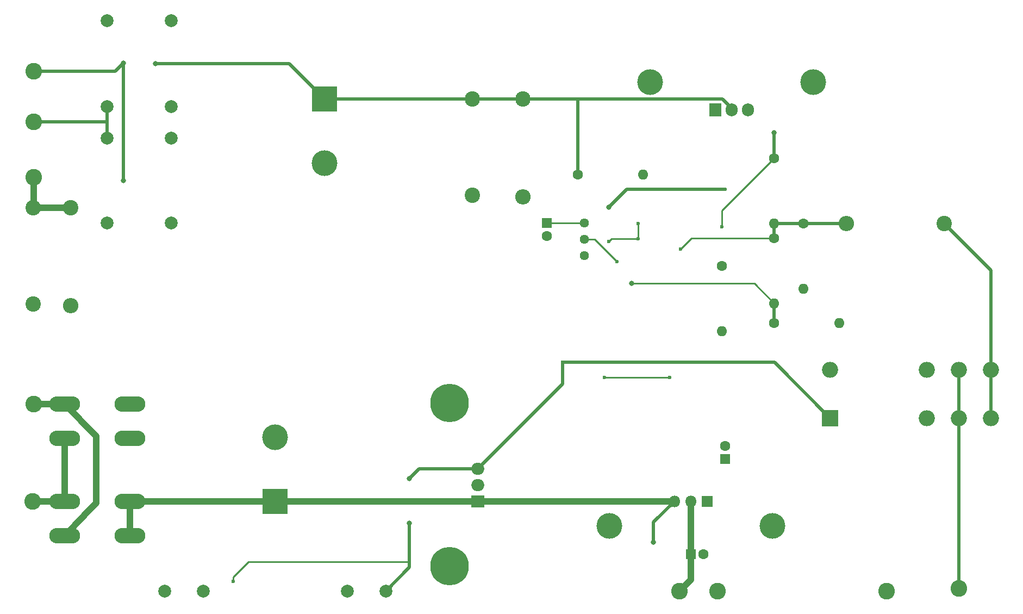
<source format=gbr>
G04 #@! TF.GenerationSoftware,KiCad,Pcbnew,(5.1.10-1-10_14)*
G04 #@! TF.CreationDate,2021-07-20T11:42:14+02:00*
G04 #@! TF.ProjectId,hv-power-supply-v1,68762d70-6f77-4657-922d-737570706c79,rev?*
G04 #@! TF.SameCoordinates,Original*
G04 #@! TF.FileFunction,Copper,L2,Bot*
G04 #@! TF.FilePolarity,Positive*
%FSLAX46Y46*%
G04 Gerber Fmt 4.6, Leading zero omitted, Abs format (unit mm)*
G04 Created by KiCad (PCBNEW (5.1.10-1-10_14)) date 2021-07-20 11:42:14*
%MOMM*%
%LPD*%
G01*
G04 APERTURE LIST*
G04 #@! TA.AperFunction,ComponentPad*
%ADD10C,6.000000*%
G04 #@! TD*
G04 #@! TA.AperFunction,ComponentPad*
%ADD11C,4.000000*%
G04 #@! TD*
G04 #@! TA.AperFunction,ComponentPad*
%ADD12R,4.000000X4.000000*%
G04 #@! TD*
G04 #@! TA.AperFunction,ComponentPad*
%ADD13R,2.000000X1.905000*%
G04 #@! TD*
G04 #@! TA.AperFunction,ComponentPad*
%ADD14O,2.000000X1.905000*%
G04 #@! TD*
G04 #@! TA.AperFunction,ComponentPad*
%ADD15O,2.400000X2.400000*%
G04 #@! TD*
G04 #@! TA.AperFunction,ComponentPad*
%ADD16C,2.400000*%
G04 #@! TD*
G04 #@! TA.AperFunction,ComponentPad*
%ADD17O,4.800600X2.400300*%
G04 #@! TD*
G04 #@! TA.AperFunction,ComponentPad*
%ADD18C,1.600000*%
G04 #@! TD*
G04 #@! TA.AperFunction,ComponentPad*
%ADD19R,1.600000X1.600000*%
G04 #@! TD*
G04 #@! TA.AperFunction,ComponentPad*
%ADD20C,2.000000*%
G04 #@! TD*
G04 #@! TA.AperFunction,ComponentPad*
%ADD21O,1.600000X1.600000*%
G04 #@! TD*
G04 #@! TA.AperFunction,ComponentPad*
%ADD22O,1.905000X2.000000*%
G04 #@! TD*
G04 #@! TA.AperFunction,ComponentPad*
%ADD23R,1.905000X2.000000*%
G04 #@! TD*
G04 #@! TA.AperFunction,ComponentPad*
%ADD24C,2.600000*%
G04 #@! TD*
G04 #@! TA.AperFunction,ComponentPad*
%ADD25C,1.440000*%
G04 #@! TD*
G04 #@! TA.AperFunction,ComponentPad*
%ADD26O,2.500000X2.500000*%
G04 #@! TD*
G04 #@! TA.AperFunction,ComponentPad*
%ADD27R,2.500000X2.500000*%
G04 #@! TD*
G04 #@! TA.AperFunction,ComponentPad*
%ADD28R,1.800000X1.800000*%
G04 #@! TD*
G04 #@! TA.AperFunction,ComponentPad*
%ADD29O,1.800000X1.800000*%
G04 #@! TD*
G04 #@! TA.AperFunction,ViaPad*
%ADD30C,0.800000*%
G04 #@! TD*
G04 #@! TA.AperFunction,ViaPad*
%ADD31C,0.600000*%
G04 #@! TD*
G04 #@! TA.AperFunction,Conductor*
%ADD32C,1.000000*%
G04 #@! TD*
G04 #@! TA.AperFunction,Conductor*
%ADD33C,0.500000*%
G04 #@! TD*
G04 #@! TA.AperFunction,Conductor*
%ADD34C,0.250000*%
G04 #@! TD*
G04 APERTURE END LIST*
D10*
X124206000Y-135890000D03*
X124206000Y-110490000D03*
D11*
X96990000Y-115753000D03*
D12*
X96990000Y-125753000D03*
D13*
X128613000Y-125753000D03*
D14*
X128613000Y-123213000D03*
X128613000Y-120673000D03*
D11*
X155410000Y-60475000D03*
X180810000Y-60475000D03*
X149060000Y-129563000D03*
X174460000Y-129563000D03*
D15*
X185991500Y-82550000D03*
D16*
X201231500Y-82550000D03*
D17*
X64224000Y-110640000D03*
X74384000Y-110640000D03*
X74384000Y-131087000D03*
X64224000Y-131087000D03*
X74384000Y-125753000D03*
X64224000Y-125753000D03*
X64224000Y-115974000D03*
X74384000Y-115974000D03*
D18*
X167094000Y-117149000D03*
D19*
X167094000Y-119149000D03*
D15*
X65214500Y-95313500D03*
D16*
X65214500Y-80073500D03*
D20*
X70828000Y-69238000D03*
X80828000Y-69238000D03*
X70828000Y-82446000D03*
X80828000Y-82446000D03*
X70828000Y-64285000D03*
X80828000Y-64285000D03*
X70828000Y-50950000D03*
X80828000Y-50950000D03*
D21*
X166649500Y-99273500D03*
D18*
X166649500Y-89113500D03*
D21*
X154305000Y-74930000D03*
D18*
X144145000Y-74930000D03*
D21*
X174777500Y-82509500D03*
D18*
X174777500Y-72349500D03*
D22*
X170650000Y-64793000D03*
X168110000Y-64793000D03*
D23*
X165570000Y-64793000D03*
D24*
X165951000Y-139723000D03*
X159982000Y-139723000D03*
X59398000Y-110640000D03*
X59271000Y-125753000D03*
X59398000Y-75334000D03*
X59398000Y-66698000D03*
X59398000Y-58824000D03*
D18*
X163760000Y-134008000D03*
D19*
X161760000Y-134008000D03*
D25*
X145186500Y-87526000D03*
X145186500Y-84986000D03*
X145186500Y-82446000D03*
D26*
X183496000Y-105299000D03*
X198496000Y-105299000D03*
X203496000Y-105299000D03*
X208496000Y-105299000D03*
X208496000Y-112799000D03*
X203496000Y-112799000D03*
X198496000Y-112799000D03*
D27*
X183496000Y-112799000D03*
D21*
X179349500Y-92669500D03*
D18*
X179349500Y-82509500D03*
D15*
X135636000Y-78359000D03*
D16*
X135636000Y-63119000D03*
D21*
X184937500Y-98003500D03*
D18*
X174777500Y-98003500D03*
D21*
X174777500Y-94955500D03*
D18*
X174777500Y-84795500D03*
D20*
X108293000Y-139723000D03*
X114262000Y-139723000D03*
X79845000Y-139723000D03*
X85814000Y-139723000D03*
D24*
X192240000Y-139723000D03*
X203543000Y-139342000D03*
D18*
X139382500Y-84423000D03*
D19*
X139382500Y-82423000D03*
D16*
X127762000Y-63119000D03*
X127762000Y-78119000D03*
D11*
X104711500Y-73119000D03*
D12*
X104711500Y-63119000D03*
D16*
X59372500Y-95073500D03*
X59372500Y-80073500D03*
D28*
X164300000Y-125753000D03*
D29*
X161760000Y-125753000D03*
X159220000Y-125753000D03*
D30*
X155981500Y-132103000D03*
D31*
X141800500Y-104120000D03*
D30*
X117945000Y-122197000D03*
X117945000Y-129182000D03*
D31*
X90513000Y-138199000D03*
X167100000Y-77184500D03*
D30*
X148971000Y-80010000D03*
D31*
X166649500Y-83017500D03*
D30*
X174777500Y-68349000D03*
X73368000Y-57554000D03*
X73368000Y-75842000D03*
X78368000Y-57634000D03*
D31*
X150304500Y-88455500D03*
X160210500Y-86487000D03*
X153568500Y-84859000D03*
X148971000Y-85344000D03*
X153606500Y-82550000D03*
X148361500Y-106449000D03*
X158458000Y-106449000D03*
D30*
X152552500Y-91844000D03*
D32*
X59398000Y-80048000D02*
X59372500Y-80073500D01*
X59398000Y-75334000D02*
X59398000Y-80048000D01*
X59372500Y-80073500D02*
X65214500Y-80073500D01*
D33*
X59398000Y-66698000D02*
X70828000Y-66698000D01*
X70828000Y-66698000D02*
X70828000Y-64285000D01*
X70828000Y-69238000D02*
X70828000Y-66698000D01*
D32*
X74384000Y-128166000D02*
X74384000Y-125753000D01*
X74384000Y-128674000D02*
X74384000Y-128166000D01*
X74384000Y-131087000D02*
X74384000Y-128674000D01*
X74384000Y-125753000D02*
X96990000Y-125753000D01*
X96990000Y-125753000D02*
X128613000Y-125753000D01*
X159220000Y-125753000D02*
X128613000Y-125753000D01*
D33*
X155981500Y-128991500D02*
X159220000Y-125753000D01*
X155981500Y-132103000D02*
X155981500Y-128991500D01*
X174817000Y-104120000D02*
X183496000Y-112799000D01*
X141800500Y-104120000D02*
X174817000Y-104120000D01*
X141800500Y-107485500D02*
X128613000Y-120673000D01*
X141800500Y-104120000D02*
X141800500Y-107485500D01*
X119469000Y-120673000D02*
X117945000Y-122197000D01*
X128613000Y-120673000D02*
X119469000Y-120673000D01*
X117945000Y-136040000D02*
X114262000Y-139723000D01*
D34*
X90513000Y-138199000D02*
X90513000Y-137515500D01*
X92862500Y-135166000D02*
X117945000Y-135166000D01*
X90513000Y-137515500D02*
X92862500Y-135166000D01*
D33*
X117945000Y-135166000D02*
X117945000Y-136040000D01*
X117945000Y-129182000D02*
X117945000Y-135166000D01*
X184937500Y-98307498D02*
X184937500Y-98003500D01*
X151796500Y-77184500D02*
X148971000Y-80010000D01*
X167100000Y-77184500D02*
X151796500Y-77184500D01*
X208496000Y-112799000D02*
X208496000Y-105299000D01*
X208496000Y-89814500D02*
X201231500Y-82550000D01*
X208496000Y-105299000D02*
X208496000Y-89814500D01*
X174777500Y-72349500D02*
X174777500Y-68349000D01*
D34*
X166649500Y-83017500D02*
X166649500Y-80477500D01*
X166649500Y-80477500D02*
X174777500Y-72349500D01*
D32*
X64224000Y-115974000D02*
X64224000Y-125753000D01*
X64224000Y-125753000D02*
X59271000Y-125753000D01*
X67324310Y-127986690D02*
X67324310Y-127859690D01*
X64224000Y-131087000D02*
X67324310Y-127986690D01*
X67324310Y-127859690D02*
X69177000Y-126007000D01*
X69177000Y-115593000D02*
X64224000Y-110640000D01*
X69177000Y-126007000D02*
X69177000Y-115593000D01*
X64224000Y-110640000D02*
X59398000Y-110640000D01*
D33*
X73368000Y-57554000D02*
X73368000Y-75842000D01*
X72098000Y-58824000D02*
X73368000Y-57554000D01*
X59398000Y-58824000D02*
X72098000Y-58824000D01*
X135636000Y-63119000D02*
X127762000Y-63119000D01*
X127762000Y-63119000D02*
X104711500Y-63119000D01*
X99226500Y-57634000D02*
X104711500Y-63119000D01*
X78368000Y-57634000D02*
X99226500Y-57634000D01*
X168110000Y-64570498D02*
X168110000Y-64793000D01*
X166658502Y-63119000D02*
X168110000Y-64570498D01*
X144145000Y-74930000D02*
X144145000Y-63119000D01*
X144145000Y-63119000D02*
X166658502Y-63119000D01*
X135636000Y-63119000D02*
X144145000Y-63119000D01*
D34*
X145163500Y-82423000D02*
X145186500Y-82446000D01*
X139382500Y-82423000D02*
X145163500Y-82423000D01*
X146835000Y-84986000D02*
X145186500Y-84986000D01*
X150304500Y-88455500D02*
X146835000Y-84986000D01*
D32*
X161760000Y-125753000D02*
X161760000Y-134008000D01*
X161760000Y-137945000D02*
X159982000Y-139723000D01*
X161760000Y-134008000D02*
X161760000Y-137945000D01*
D33*
X174777500Y-82509500D02*
X174777500Y-84795500D01*
X176936500Y-82509500D02*
X179349500Y-82509500D01*
X174777500Y-82509500D02*
X176936500Y-82509500D01*
X179390000Y-82550000D02*
X179349500Y-82509500D01*
X185991500Y-82550000D02*
X179390000Y-82550000D01*
D34*
X161902000Y-84795500D02*
X160210500Y-86487000D01*
X174777500Y-84795500D02*
X161902000Y-84795500D01*
D33*
X203670000Y-112973000D02*
X203496000Y-112799000D01*
X203496000Y-105299000D02*
X203496000Y-112799000D01*
X203543000Y-112846000D02*
X203496000Y-112799000D01*
X203543000Y-139342000D02*
X203543000Y-112846000D01*
D34*
X149456000Y-84859000D02*
X153568500Y-84859000D01*
X148971000Y-85344000D02*
X149456000Y-84859000D01*
X153606500Y-84821000D02*
X153568500Y-84859000D01*
X153606500Y-82550000D02*
X153606500Y-84821000D01*
X148361500Y-106449000D02*
X158458000Y-106449000D01*
D33*
X174777500Y-94955500D02*
X174777500Y-98003500D01*
D34*
X171666000Y-91844000D02*
X174777500Y-94955500D01*
X152552500Y-91844000D02*
X171666000Y-91844000D01*
M02*

</source>
